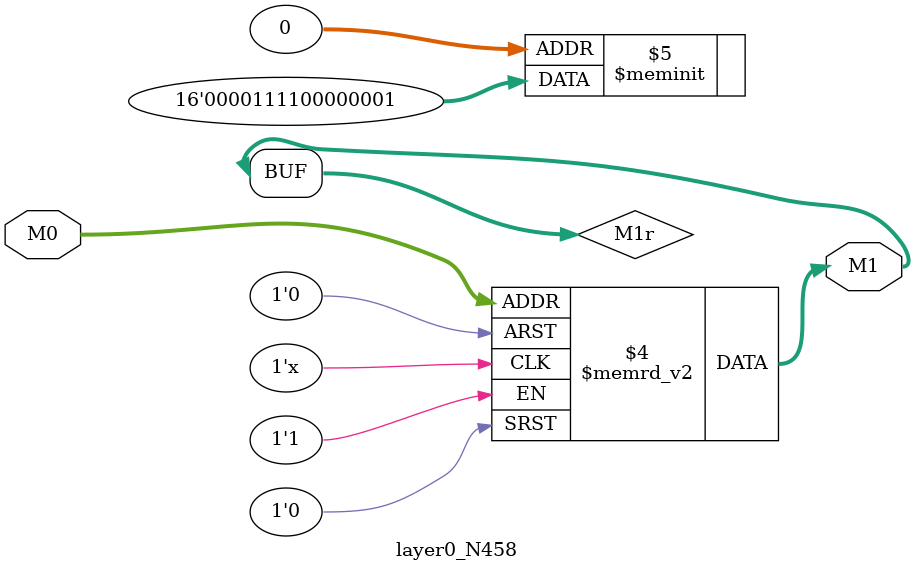
<source format=v>
module layer0_N458 ( input [2:0] M0, output [1:0] M1 );

	(*rom_style = "distributed" *) reg [1:0] M1r;
	assign M1 = M1r;
	always @ (M0) begin
		case (M0)
			3'b000: M1r = 2'b01;
			3'b100: M1r = 2'b11;
			3'b010: M1r = 2'b00;
			3'b110: M1r = 2'b00;
			3'b001: M1r = 2'b00;
			3'b101: M1r = 2'b11;
			3'b011: M1r = 2'b00;
			3'b111: M1r = 2'b00;

		endcase
	end
endmodule

</source>
